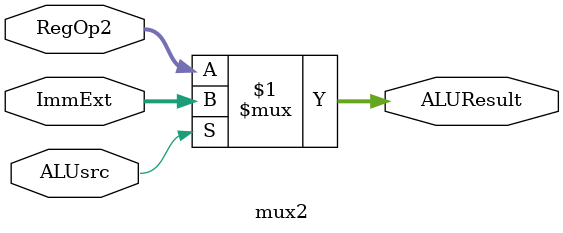
<source format=sv>
module mux2 (
    input logic [31:0]        RegOp2, ImmExt,//RD2 from Reg file; immediate value from instruction after extension
    input logic               ALUsrc, //selector
    output logic [31:0]       ALUResult //mux output  
);

assign ALUResult = ALUsrc ? ImmExt : RegOp2;

endmodule 

</source>
